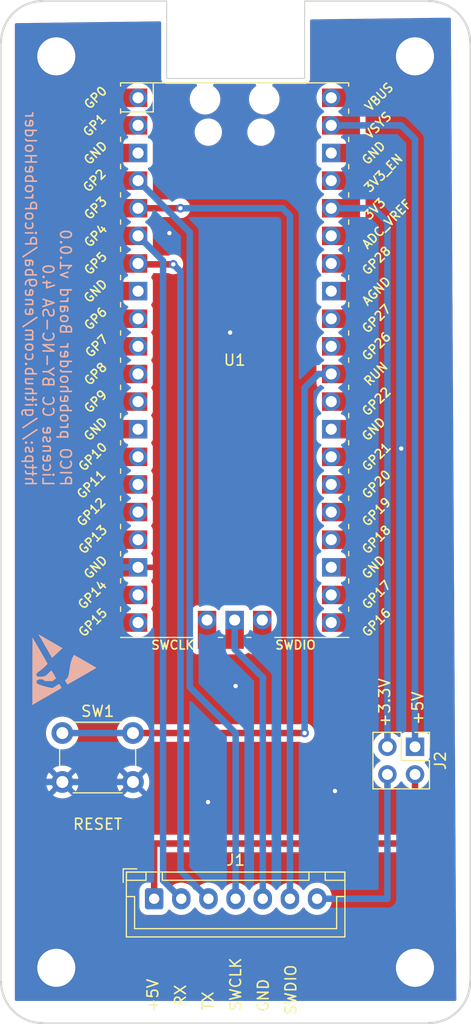
<source format=kicad_pcb>
(kicad_pcb (version 20211014) (generator pcbnew)
  (layers (0 "F.Cu" signal) (31 "B.Cu" signal) (34 "B.Paste" user) (35 "F.Paste" user) (36 "B.SilkS" user "B.Silkscreen") (37 "F.SilkS" user "F.Silkscreen") (38 "B.Mask" user) (39 "F.Mask" user) (44 "Edge.Cuts" user))
  (net 0 "")
  (net 1 "Net-(J1-Pad1)")
  (net 2 "Net-(J1-Pad7)")
  (net 4 "Net-(J1-Pad2)")
  (net 5 "Net-(J1-Pad3)")
  (net 6 "Net-(J1-Pad4)")
  (net 39 "GND")
  (net 41 "Net-(J1-Pad5)")
  (net 42 "Net-(J1-Pad6)")
  (net 43 "Net-(J2-Pad1)")
  (net 44 "Net-(J2-Pad3)")
  (net 45 "Net-(SW1-Pad1)")
  (footprint "Connector_JST:JST_XH_B7B-XH-A_1x07_P2.50mm_Vertical" (layer "F.Cu") (at 122.04 133.35)
    (fp_text reference "J1" (at 7.5 -3.55) (layer "F.SilkS"))
    (fp_text value "Conn_01x07_Male")
    (fp_line (start 16.8 -0.2) (end 16.8 2.75) (layer "F.SilkS") (width 0.12))
    (fp_line (start 15.75 -1.7) (end 17.55 -1.7) (layer "F.SilkS") (width 0.12))
    (fp_line (start 0.75 -2.45) (end 0.75 -1.7) (layer "F.SilkS") (width 0.12))
    (fp_line (start -2.55 -0.2) (end -1.8 -0.2) (layer "F.SilkS") (width 0.12))
    (fp_line (start -2.85 -2.75) (end -2.85 -1.5) (layer "F.SilkS") (width 0.12))
    (fp_line (start -0.75 -2.45) (end -2.55 -2.45) (layer "F.SilkS") (width 0.12))
    (fp_line (start -2.55 -2.45) (end -2.55 -1.7) (layer "F.SilkS") (width 0.12))
    (fp_line (start 17.56 3.51) (end 17.56 -2.46) (layer "F.SilkS") (width 0.12))
    (fp_line (start 14.25 -1.7) (end 14.25 -2.45) (layer "F.SilkS") (width 0.12))
    (fp_line (start -2.56 -2.46) (end -2.56 3.51) (layer "F.SilkS") (width 0.12))
    (fp_line (start -0.75 -1.7) (end -0.75 -2.45) (layer "F.SilkS") (width 0.12))
    (fp_line (start 17.55 -0.2) (end 16.8 -0.2) (layer "F.SilkS") (width 0.12))
    (fp_line (start 0.75 -1.7) (end 14.25 -1.7) (layer "F.SilkS") (width 0.12))
    (fp_line (start -1.6 -2.75) (end -2.85 -2.75) (layer "F.SilkS") (width 0.12))
    (fp_line (start -2.55 -1.7) (end -0.75 -1.7) (layer "F.SilkS") (width 0.12))
    (fp_line (start 14.25 -2.45) (end 0.75 -2.45) (layer "F.SilkS") (width 0.12))
    (fp_line (start 17.56 -2.46) (end -2.56 -2.46) (layer "F.SilkS") (width 0.12))
    (fp_line (start 17.55 -2.45) (end 15.75 -2.45) (layer "F.SilkS") (width 0.12))
    (fp_line (start 15.75 -2.45) (end 15.75 -1.7) (layer "F.SilkS") (width 0.12))
    (fp_line (start 16.8 2.75) (end 7.5 2.75) (layer "F.SilkS") (width 0.12))
    (fp_line (start -1.8 -0.2) (end -1.8 2.75) (layer "F.SilkS") (width 0.12))
    (fp_line (start 17.55 -1.7) (end 17.55 -2.45) (layer "F.SilkS") (width 0.12))
    (fp_line (start -2.56 3.51) (end 17.56 3.51) (layer "F.SilkS") (width 0.12))
    (fp_line (start -1.8 2.75) (end 7.5 2.75) (layer "F.SilkS") (width 0.12))
    (pad "1" thru_hole roundrect (at 0 0) (size 1.7 1.95) (drill 0.95) (layers *.Cu *.Mask) (roundrect_rratio 0.147059) (net 1 "Net-(J1-Pad1)"))
    (pad "2" thru_hole oval (at 2.5 0) (size 1.7 1.95) (drill 0.95) (layers *.Cu *.Mask) (net 4 "Net-(J1-Pad2)"))
    (pad "3" thru_hole oval (at 5 0) (size 1.7 1.95) (drill 0.95) (layers *.Cu *.Mask) (net 5 "Net-(J1-Pad3)"))
    (pad "4" thru_hole oval (at 7.5 0) (size 1.7 1.95) (drill 0.95) (layers *.Cu *.Mask) (net 6 "Net-(J1-Pad4)"))
    (pad "5" thru_hole oval (at 10 0) (size 1.7 1.95) (drill 0.95) (layers *.Cu *.Mask) (net 41 "Net-(J1-Pad5)"))
    (pad "6" thru_hole oval (at 12.5 0) (size 1.7 1.95) (drill 0.95) (layers *.Cu *.Mask) (net 42 "Net-(J1-Pad6)"))
    (pad "7" thru_hole oval (at 15 0) (size 1.7 1.95) (drill 0.95) (layers *.Cu *.Mask) (net 2 "Net-(J1-Pad7)"))
  )
  (footprint "ene9ba_footprint:RPi_Pico_SMD_TH" (layer "F.Cu") (at 129.45 83.82)
    (fp_text reference "U1" (at 0 0) (layer "F.SilkS"))
    (fp_text value "Pico")
    (fp_text user "GP17" (at 13.054 21.59 45) (layer "F.SilkS") (effects (font (size 0.8 0.8))))
    (fp_text user "SWCLK" (at -5.7 26.2) (layer "F.SilkS") (effects (font (size 0.8 0.8))))
    (fp_text user "VSYS" (at 13.2 -21.59 45) (layer "F.SilkS") (effects (font (size 0.8 0.8))))
    (fp_text user "ADC_VREF" (at 14 -12.5 45) (layer "F.SilkS") (effects (font (size 0.8 0.8))))
    (fp_text user "AGND" (at 13.054 -6.35 45) (layer "F.SilkS") (effects (font (size 0.8 0.8))))
    (fp_text user "GP16" (at 13.054 24.13 45) (layer "F.SilkS") (effects (font (size 0.8 0.8))))
    (fp_text user "GP8" (at -12.8 1.27 45) (layer "F.SilkS") (effects (font (size 0.8 0.8))))
    (fp_text user "GP26" (at 13.054 -1.27 45) (layer "F.SilkS") (effects (font (size 0.8 0.8))))
    (fp_text user "GND" (at 12.8 6.35 45) (layer "F.SilkS") (effects (font (size 0.8 0.8))))
    (fp_text user "GP21" (at 13.054 8.9 45) (layer "F.SilkS") (effects (font (size 0.8 0.8))))
    (fp_text user "GP11" (at -13.2 11.43 45) (layer "F.SilkS") (effects (font (size 0.8 0.8))))
    (fp_text user "GP7" (at -12.7 -1.3 45) (layer "F.SilkS") (effects (font (size 0.8 0.8))))
    (fp_text user "GP27" (at 13.054 -3.8 45) (layer "F.SilkS") (effects (font (size 0.8 0.8))))
    (fp_text user "GP13" (at -13.054 16.51 45) (layer "F.SilkS") (effects (font (size 0.8 0.8))))
    (fp_text user "GP18" (at 13.054 16.51 45) (layer "F.SilkS") (effects (font (size 0.8 0.8))))
    (fp_text user "GP22" (at 13.054 3.81 45) (layer "F.SilkS") (effects (font (size 0.8 0.8))))
    (fp_text user "GND" (at 12.8 -19.05 45) (layer "F.SilkS") (effects (font (size 0.8 0.8))))
    (fp_text user "SWDIO" (at 5.6 26.2) (layer "F.SilkS") (effects (font (size 0.8 0.8))))
    (fp_text user "GP3" (at -12.8 -13.97 45) (layer "F.SilkS") (effects (font (size 0.8 0.8))))
    (fp_text user "GND" (at -12.8 -6.35 45) (layer "F.SilkS") (effects (font (size 0.8 0.8))))
    (fp_text user "3V3" (at 12.9 -13.9 45) (layer "F.SilkS") (effects (font (size 0.8 0.8))))
    (fp_text user "GP6" (at -12.8 -3.81 45) (layer "F.SilkS") (effects (font (size 0.8 0.8))))
    (fp_text user "3V3_EN" (at 13.7 -17.2 45) (layer "F.SilkS") (effects (font (size 0.8 0.8))))
    (fp_text user "GP4" (at -12.8 -11.43 45) (layer "F.SilkS") (effects (font (size 0.8 0.8))))
    (fp_text user "GP5" (at -12.8 -8.89 45) (layer "F.SilkS") (effects (font (size 0.8 0.8))))
    (fp_text user "GP19" (at 13.054 13.97 45) (layer "F.SilkS") (effects (font (size 0.8 0.8))))
    (fp_text user "GND" (at 12.8 19.05 45) (layer "F.SilkS") (effects (font (size 0.8 0.8))))
    (fp_text user "GP20" (at 13.054 11.43 45) (layer "F.SilkS") (effects (font (size 0.8 0.8))))
    (fp_text user "GND" (at -12.8 6.35 45) (layer "F.SilkS") (effects (font (size 0.8 0.8))))
    (fp_text user "VBUS" (at 13.3 -24.2 45) (layer "F.SilkS") (effects (font (size 0.8 0.8))))
    (fp_text user "GP10" (at -13.054 8.89 45) (layer "F.SilkS") (effects (font (size 0.8 0.8))))
    (fp_text user "GP15" (at -13.054 24.13 45) (layer "F.SilkS") (effects (font (size 0.8 0.8))))
    (fp_text user "GP0" (at -12.8 -24.13 45) (layer "F.SilkS") (effects (font (size 0.8 0.8))))
    (fp_text user "GP12" (at -13.2 13.97 45) (layer "F.SilkS") (effects (font (size 0.8 0.8))))
    (fp_text user "GP1" (at -12.9 -21.6 45) (layer "F.SilkS") (effects (font (size 0.8 0.8))))
    (fp_text user "GP9" (at -12.8 3.81 45) (layer "F.SilkS") (effects (font (size 0.8 0.8))))
    (fp_text user "GP28" (at 13.054 -9.144 45) (layer "F.SilkS") (effects (font (size 0.8 0.8))))
    (fp_text user "GP2" (at -12.9 -16.51 45) (layer "F.SilkS") (effects (font (size 0.8 0.8))))
    (fp_text user "GND" (at -12.8 -19.05 45) (layer "F.SilkS") (effects (font (size 0.8 0.8))))
    (fp_text user "RUN" (at 13 1.27 45) (layer "F.SilkS") (effects (font (size 0.8 0.8))))
    (fp_text user "GP14" (at -13.1 21.59 45) (layer "F.SilkS") (effects (font (size 0.8 0.8))))
    (fp_text user "GND" (at -12.8 19.05 45) (layer "F.SilkS") (effects (font (size 0.8 0.8))))
    (fp_line (start 10.5 -2.7) (end 10.5 -2.3) (layer "F.SilkS") (width 0.12))
    (fp_line (start -3.7 25.5) (end -10.5 25.5) (layer "F.SilkS") (width 0.12))
    (fp_line (start 10.5 12.5) (end 10.5 12.9) (layer "F.SilkS") (width 0.12))
    (fp_line (start -10.5 -5.3) (end -10.5 -4.9) (layer "F.SilkS") (width 0.12))
    (fp_line (start -10.5 7.4) (end -10.5 7.8) (layer "F.SilkS") (width 0.12))
    (fp_line (start 10.5 -0.2) (end 10.5 0.2) (layer "F.SilkS") (width 0.12))
    (fp_line (start -10.5 -25.5) (end 10.5 -25.5) (layer "F.SilkS") (width 0.12))
    (fp_line (start -10.5 -15.4) (end -10.5 -15) (layer "F.SilkS") (width 0.12))
    (fp_line (start 10.5 15.1) (end 10.5 15.5) (layer "F.SilkS") (width 0.12))
    (fp_line (start -10.5 -22.833) (end -7.493 -22.833) (layer "F.SilkS") (width 0.12))
    (fp_line (start -10.5 -12.9) (end -10.5 -12.5) (layer "F.SilkS") (width 0.12))
    (fp_line (start 10.5 -5.3) (end 10.5 -4.9) (layer "F.SilkS") (width 0.12))
    (fp_line (start 10.5 4.9) (end 10.5 5.3) (layer "F.SilkS") (width 0.12))
    (fp_line (start -10.5 -10.4) (end -10.5 -10) (layer "F.SilkS") (width 0.12))
    (fp_line (start -10.5 20.1) (end -10.5 20.5) (layer "F.SilkS") (width 0.12))
    (fp_line (start 10.5 -12.9) (end 10.5 -12.5) (layer "F.SilkS") (width 0.12))
    (fp_line (start -10.5 17.6) (end -10.5 18) (layer "F.SilkS") (width 0.12))
    (fp_line (start 10.5 7.4) (end 10.5 7.8) (layer "F.SilkS") (width 0.12))
    (fp_line (start -10.5 -18) (end -10.5 -17.6) (layer "F.SilkS") (width 0.12))
    (fp_line (start 10.5 -25.5) (end 10.5 -25.2) (layer "F.SilkS") (width 0.12))
    (fp_line (start -1.5 25.5) (end -1.1 25.5) (layer "F.SilkS") (width 0.12))
    (fp_line (start 10.5 22.7) (end 10.5 23.1) (layer "F.SilkS") (width 0.12))
    (fp_line (start -10.5 -20.5) (end -10.5 -20.1) (layer "F.SilkS") (width 0.12))
    (fp_line (start 10.5 -10.4) (end 10.5 -10) (layer "F.SilkS") (width 0.12))
    (fp_line (start 10.5 10) (end 10.5 10.4) (layer "F.SilkS") (width 0.12))
    (fp_line (start 10.5 -23.1) (end 10.5 -22.7) (layer "F.SilkS") (width 0.12))
    (fp_line (start 10.5 20.1) (end 10.5 20.5) (layer "F.SilkS") (width 0.12))
    (fp_line (start -7.493 -22.833) (end -7.493 -25.5) (layer "F.SilkS") (width 0.12))
    (fp_line (start 10.5 2.3) (end 10.5 2.7) (layer "F.SilkS") (width 0.12))
    (fp_line (start 10.5 -7.8) (end 10.5 -7.4) (layer "F.SilkS") (width 0.12))
    (fp_line (start 10.5 -15.4) (end 10.5 -15) (layer "F.SilkS") (width 0.12))
    (fp_line (start -10.5 -2.7) (end -10.5 -2.3) (layer "F.SilkS") (width 0.12))
    (fp_line (start 10.5 -18) (end 10.5 -17.6) (layer "F.SilkS") (width 0.12))
    (fp_line (start 10.5 17.6) (end 10.5 18) (layer "F.SilkS") (width 0.12))
    (fp_line (start -10.5 2.3) (end -10.5 2.7) (layer "F.SilkS") (width 0.12))
    (fp_line (start 10.5 -20.5) (end 10.5 -20.1) (layer "F.SilkS") (width 0.12))
    (fp_line (start -10.5 12.5) (end -10.5 12.9) (layer "F.SilkS") (width 0.12))
    (fp_line (start -10.5 4.9) (end -10.5 5.3) (layer "F.SilkS") (width 0.12))
    (fp_line (start 10.5 25.5) (end 3.7 25.5) (layer "F.SilkS") (width 0.12))
    (fp_line (start 1.1 25.5) (end 1.5 25.5) (layer "F.SilkS") (width 0.12))
    (fp_line (start -10.5 22.7) (end -10.5 23.1) (layer "F.SilkS") (width 0.12))
    (fp_line (start -10.5 15.1) (end -10.5 15.5) (layer "F.SilkS") (width 0.12))
    (fp_line (start -10.5 10) (end -10.5 10.4) (layer "F.SilkS") (width 0.12))
    (fp_line (start -10.5 -23.1) (end -10.5 -22.7) (layer "F.SilkS") (width 0.12))
    (fp_line (start -10.5 -7.8) (end -10.5 -7.4) (layer "F.SilkS") (width 0.12))
    (fp_line (start -10.5 -0.2) (end -10.5 0.2) (layer "F.SilkS") (width 0.12))
    (fp_line (start -10.5 -25.5) (end -10.5 -25.2) (layer "F.SilkS") (width 0.12))
    (pad "" np_thru_hole oval (at -2.425 -20.97) (size 1.5 1.5) (drill 1.5) (layers *.Cu *.Mask))
    (pad "" np_thru_hole oval (at 2.725 -24) (size 1.8 1.8) (drill 1.8) (layers *.Cu *.Mask))
    (pad "" np_thru_hole oval (at 2.425 -20.97) (size 1.5 1.5) (drill 1.5) (layers *.Cu *.Mask))
    (pad "" np_thru_hole oval (at -2.725 -24) (size 1.8 1.8) (drill 1.8) (layers *.Cu *.Mask))
    (pad "1" thru_hole oval (at -8.89 -24.13) (size 1.7 1.7) (drill 1.02) (layers *.Cu *.Mask))
    (pad "1" smd rect (at -8.89 -24.13) (size 3.5 1.7) (drill (offset -0.9 0)) (layers "F.Cu" "F.Paste" "F.Mask"))
    (pad "2" thru_hole oval (at -8.89 -21.59) (size 1.7 1.7) (drill 1.02) (layers *.Cu *.Mask))
    (pad "2" smd rect (at -8.89 -21.59) (size 3.5 1.7) (drill (offset -0.9 0)) (layers "F.Cu" "F.Paste" "F.Mask"))
    (pad "3" smd rect (at -8.89 -19.05) (size 3.5 1.7) (drill (offset -0.9 0)) (layers "F.Cu" "F.Paste" "F.Mask"))
    (pad "3" thru_hole rect (at -8.89 -19.05) (size 1.7 1.7) (drill 1.02) (layers *.Cu *.Mask))
    (pad "4" thru_hole oval (at -8.89 -16.51) (size 1.7 1.7) (drill 1.02) (layers *.Cu *.Mask) (net 6 "Net-(J1-Pad4)"))
    (pad "4" smd rect (at -8.89 -16.51) (size 3.5 1.7) (drill (offset -0.9 0)) (layers "F.Cu" "F.Paste" "F.Mask") (net 6 "Net-(J1-Pad4)"))
    (pad "5" thru_hole oval (at -8.89 -13.97) (size 1.7 1.7) (drill 1.02) (layers *.Cu *.Mask) (net 42 "Net-(J1-Pad6)"))
    (pad "5" smd rect (at -8.89 -13.97) (size 3.5 1.7) (drill (offset -0.9 0)) (layers "F.Cu" "F.Paste" "F.Mask") (net 42 "Net-(J1-Pad6)"))
    (pad "6" thru_hole oval (at -8.89 -11.43) (size 1.7 1.7) (drill 1.02) (layers *.Cu *.Mask) (net 4 "Net-(J1-Pad2)"))
    (pad "6" smd rect (at -8.89 -11.43) (size 3.5 1.7) (drill (offset -0.9 0)) (layers "F.Cu" "F.Paste" "F.Mask") (net 4 "Net-(J1-Pad2)"))
    (pad "7" thru_hole oval (at -8.89 -8.89) (size 1.7 1.7) (drill 1.02) (layers *.Cu *.Mask) (net 5 "Net-(J1-Pad3)"))
    (pad "7" smd rect (at -8.89 -8.89) (size 3.5 1.7) (drill (offset -0.9 0)) (layers "F.Cu" "F.Paste" "F.Mask") (net 5 "Net-(J1-Pad3)"))
    (pad "8" smd rect (at -8.89 -6.35) (size 3.5 1.7) (drill (offset -0.9 0)) (layers "F.Cu" "F.Paste" "F.Mask"))
    (pad "8" thru_hole rect (at -8.89 -6.35) (size 1.7 1.7) (drill 1.02) (layers *.Cu *.Mask))
    (pad "9" thru_hole oval (at -8.89 -3.81) (size 1.7 1.7) (drill 1.02) (layers *.Cu *.Mask))
    (pad "9" smd rect (at -8.89 -3.81) (size 3.5 1.7) (drill (offset -0.9 0)) (layers "F.Cu" "F.Paste" "F.Mask"))
    (pad "10" smd rect (at -8.89 -1.27) (size 3.5 1.7) (drill (offset -0.9 0)) (layers "F.Cu" "F.Paste" "F.Mask"))
    (pad "10" thru_hole oval (at -8.89 -1.27) (size 1.7 1.7) (drill 1.02) (layers *.Cu *.Mask))
    (pad "11" smd rect (at -8.89 1.27) (size 3.5 1.7) (drill (offset -0.9 0)) (layers "F.Cu" "F.Paste" "F.Mask"))
    (pad "11" thru_hole oval (at -8.89 1.27) (size 1.7 1.7) (drill 1.02) (layers *.Cu *.Mask))
    (pad "12" smd rect (at -8.89 3.81) (size 3.5 1.7) (drill (offset -0.9 0)) (layers "F.Cu" "F.Paste" "F.Mask"))
    (pad "12" thru_hole oval (at -8.89 3.81) (size 1.7 1.7) (drill 1.02) (layers *.Cu *.Mask))
    (pad "13" thru_hole rect (at -8.89 6.35) (size 1.7 1.7) (drill 1.02) (layers *.Cu *.Mask))
    (pad "13" smd rect (at -8.89 6.35) (size 3.5 1.7) (drill (offset -0.9 0)) (layers "F.Cu" "F.Paste" "F.Mask"))
    (pad "14" thru_hole oval (at -8.89 8.89) (size 1.7 1.7) (drill 1.02) (layers *.Cu *.Mask))
    (pad "14" smd rect (at -8.89 8.89) (size 3.5 1.7) (drill (offset -0.9 0)) (layers "F.Cu" "F.Paste" "F.Mask"))
    (pad "15" smd rect (at -8.89 11.43) (size 3.5 1.7) (drill (offset -0.9 0)) (layers "F.Cu" "F.Paste" "F.Mask"))
    (pad "15" thru_hole oval (at -8.89 11.43) (size 1.7 1.7) (drill 1.02) (layers *.Cu *.Mask))
    (pad "16" smd rect (at -8.89 13.97) (size 3.5 1.7) (drill (offset -0.9 0)) (layers "F.Cu" "F.Paste" "F.Mask"))
    (pad "16" thru_hole oval (at -8.89 13.97) (size 1.7 1.7) (drill 1.02) (layers *.Cu *.Mask))
    (pad "17" thru_hole oval (at -8.89 16.51) (size 1.7 1.7) (drill 1.02) (layers *.Cu *.Mask))
    (pad "17" smd rect (at -8.89 16.51) (size 3.5 1.7) (drill (offset -0.9 0)) (layers "F.Cu" "F.Paste" "F.Mask"))
    (pad "18" thru_hole rect (at -8.89 19.05) (size 1.7 1.7) (drill 1.02) (layers *.Cu *.Mask) (net 39 "GND"))
    (pad "18" smd rect (at -8.89 19.05) (size 3.5 1.7) (drill (offset -0.9 0)) (layers "F.Cu" "F.Paste" "F.Mask") (net 39 "GND"))
    (pad "19" smd rect (at -8.89 21.59) (size 3.5 1.7) (drill (offset -0.9 0)) (layers "F.Cu" "F.Paste" "F.Mask"))
    (pad "19" thru_hole oval (at -8.89 21.59) (size 1.7 1.7) (drill 1.02) (layers *.Cu *.Mask))
    (pad "20" thru_hole oval (at -8.89 24.13) (size 1.7 1.7) (drill 1.02) (layers *.Cu *.Mask))
    (pad "20" smd rect (at -8.89 24.13) (size 3.5 1.7) (drill (offset -0.9 0)) (layers "F.Cu" "F.Paste" "F.Mask"))
    (pad "21" thru_hole oval (at 8.89 24.13) (size 1.7 1.7) (drill 1.02) (layers *.Cu *.Mask))
    (pad "21" smd rect (at 8.89 24.13) (size 3.5 1.7) (drill (offset 0.9 0)) (layers "F.Cu" "F.Paste" "F.Mask"))
    (pad "22" thru_hole oval (at 8.89 21.59) (size 1.7 1.7) (drill 1.02) (layers *.Cu *.Mask))
    (pad "22" smd rect (at 8.89 21.59) (size 3.5 1.7) (drill (offset 0.9 0)) (layers "F.Cu" "F.Paste" "F.Mask"))
    (pad "23" smd rect (at 8.89 19.05) (size 3.5 1.7) (drill (offset 0.9 0)) (layers "F.Cu" "F.Paste" "F.Mask"))
    (pad "23" thru_hole rect (at 8.89 19.05) (size 1.7 1.7) (drill 1.02) (layers *.Cu *.Mask))
    (pad "24" thru_hole oval (at 8.89 16.51) (size 1.7 1.7) (drill 1.02) (layers *.Cu *.Mask))
    (pad "24" smd rect (at 8.89 16.51) (size 3.5 1.7) (drill (offset 0.9 0)) (layers "F.Cu" "F.Paste" "F.Mask"))
    (pad "25" thru_hole oval (at 8.89 13.97) (size 1.7 1.7) (drill 1.02) (layers *.Cu *.Mask))
    (pad "25" smd rect (at 8.89 13.97) (size 3.5 1.7) (drill (offset 0.9 0)) (layers "F.Cu" "F.Paste" "F.Mask"))
    (pad "26" smd rect (at 8.89 11.43) (size 3.5 1.7) (drill (offset 0.9 0)) (layers "F.Cu" "F.Paste" "F.Mask"))
    (pad "26" thru_hole oval (at 8.89 11.43) (size 1.7 1.7) (drill 1.02) (layers *.Cu *.Mask))
    (pad "27" thru_hole oval (at 8.89 8.89) (size 1.7 1.7) (drill 1.02) (layers *.Cu *.Mask))
    (pad "27" smd rect (at 8.89 8.89) (size 3.5 1.7) (drill (offset 0.9 0)) (layers "F.Cu" "F.Paste" "F.Mask"))
    (pad "28" thru_hole rect (at 8.89 6.35) (size 1.7 1.7) (drill 1.02) (layers *.Cu *.Mask))
    (pad "28" smd rect (at 8.89 6.35) (size 3.5 1.7) (drill (offset 0.9 0)) (layers "F.Cu" "F.Paste" "F.Mask"))
    (pad "29" thru_hole oval (at 8.89 3.81) (size 1.7 1.7) (drill 1.02) (layers *.Cu *.Mask))
    (pad "29" smd rect (at 8.89 3.81) (size 3.5 1.7) (drill (offset 0.9 0)) (layers "F.Cu" "F.Paste" "F.Mask"))
    (pad "30" thru_hole oval (at 8.89 1.27) (size 1.7 1.7) (drill 1.02) (layers *.Cu *.Mask) (net 45 "Net-(SW1-Pad1)"))
    (pad "30" smd rect (at 8.89 1.27) (size 3.5 1.7) (drill (offset 0.9 0)) (layers "F.Cu" "F.Paste" "F.Mask") (net 45 "Net-(SW1-Pad1)"))
    (pad "31" smd rect (at 8.89 -1.27) (size 3.5 1.7) (drill (offset 0.9 0)) (layers "F.Cu" "F.Paste" "F.Mask"))
    (pad "31" thru_hole oval (at 8.89 -1.27) (size 1.7 1.7) (drill 1.02) (layers *.Cu *.Mask))
    (pad "32" smd rect (at 8.89 -3.81) (size 3.5 1.7) (drill (offset 0.9 0)) (layers "F.Cu" "F.Paste" "F.Mask"))
    (pad "32" thru_hole oval (at 8.89 -3.81) (size 1.7 1.7) (drill 1.02) (layers *.Cu *.Mask))
    (pad "33" thru_hole rect (at 8.89 -6.35) (size 1.7 1.7) (drill 1.02) (layers *.Cu *.Mask))
    (pad "33" smd rect (at 8.89 -6.35) (size 3.5 1.7) (drill (offset 0.9 0)) (layers "F.Cu" "F.Paste" "F.Mask"))
    (pad "34" thru_hole oval (at 8.89 -8.89) (size 1.7 1.7) (drill 1.02) (layers *.Cu *.Mask))
    (pad "34" smd rect (at 8.89 -8.89) (size 3.5 1.7) (drill (offset 0.9 0)) (layers "F.Cu" "F.Paste" "F.Mask"))
    (pad "35" smd rect (at 8.89 -11.43) (size 3.5 1.7) (drill (offset 0.9 0)) (layers "F.Cu" "F.Paste" "F.Mask"))
    (pad "35" thru_hole oval (at 8.89 -11.43) (size 1.7 1.7) (drill 1.02) (layers *.Cu *.Mask))
    (pad "36" thru_hole oval (at 8.89 -13.97) (size 1.7 1.7) (drill 1.02) (layers *.Cu *.Mask) (net 44 "Net-(J2-Pad3)"))
    (pad "36" smd rect (at 8.89 -13.97) (size 3.5 1.7) (drill (offset 0.9 0)) (layers "F.Cu" "F.Paste" "F.Mask") (net 44 "Net-(J2-Pad3)"))
    (pad "37" smd rect (at 8.89 -16.51) (size 3.5 1.7) (drill (offset 0.9 0)) (layers "F.Cu" "F.Paste" "F.Mask"))
    (pad "37" thru_hole oval (at 8.89 -16.51) (size 1.7 1.7) (drill 1.02) (layers *.Cu *.Mask))
    (pad "38" thru_hole rect (at 8.89 -19.05) (size 1.7 1.7) (drill 1.02) (layers *.Cu *.Mask))
    (pad "38" smd rect (at 8.89 -19.05) (size 3.5 1.7) (drill (offset 0.9 0)) (layers "F.Cu" "F.Paste" "F.Mask"))
    (pad "39" smd rect (at 8.89 -21.59) (size 3.5 1.7) (drill (offset 0.9 0)) (layers "F.Cu" "F.Paste" "F.Mask") (net 43 "Net-(J2-Pad1)"))
    (pad "39" thru_hole oval (at 8.89 -21.59) (size 1.7 1.7) (drill 1.02) (layers *.Cu *.Mask) (net 43 "Net-(J2-Pad1)"))
    (pad "40" thru_hole oval (at 8.89 -24.13) (size 1.7 1.7) (drill 1.02) (layers *.Cu *.Mask))
    (pad "40" smd rect (at 8.89 -24.13) (size 3.5 1.7) (drill (offset 0.9 0)) (layers "F.Cu" "F.Paste" "F.Mask"))
    (pad "41" smd rect (at -2.54 23.9 90) (size 3.5 1.7) (drill (offset -0.9 0)) (layers "F.Cu" "F.Paste" "F.Mask"))
    (pad "41" thru_hole oval (at -2.54 23.9) (size 1.7 1.7) (drill 1.02) (layers *.Cu *.Mask))
    (pad "42" thru_hole rect (at 0 23.9) (size 1.7 1.7) (drill 1.02) (layers *.Cu *.Mask) (net 41 "Net-(J1-Pad5)"))
    (pad "42" smd rect (at 0 23.9 90) (size 3.5 1.7) (drill (offset -0.9 0)) (layers "F.Cu" "F.Paste" "F.Mask") (net 41 "Net-(J1-Pad5)"))
    (pad "43" smd rect (at 2.54 23.9 90) (size 3.5 1.7) (drill (offset -0.9 0)) (layers "F.Cu" "F.Paste" "F.Mask"))
    (pad "43" thru_hole oval (at 2.54 23.9) (size 1.7 1.7) (drill 1.02) (layers *.Cu *.Mask))
  )
  (footprint "Button_Switch_THT:SW_PUSH_6mm" (layer "F.Cu") (at 113.59 118.11)
    (fp_text reference "SW1" (at 3.25 -2) (layer "F.SilkS"))
    (fp_text value "SW_Push" hide)
    (fp_line (start 6.75 3) (end 6.75 1.5) (layer "F.SilkS") (width 0.12))
    (fp_line (start 1 5.5) (end 5.5 5.5) (layer "F.SilkS") (width 0.12))
    (fp_line (start 5.5 -1) (end 1 -1) (layer "F.SilkS") (width 0.12))
    (fp_line (start -0.25 1.5) (end -0.25 3) (layer "F.SilkS") (width 0.12))
    (pad "1" thru_hole circle (at 6.5 0 90) (size 2 2) (drill 1.1) (layers *.Cu *.Mask) (net 45 "Net-(SW1-Pad1)"))
    (pad "1" thru_hole circle (at 0 0 90) (size 2 2) (drill 1.1) (layers *.Cu *.Mask) (net 45 "Net-(SW1-Pad1)"))
    (pad "2" thru_hole circle (at 0 4.5 90) (size 2 2) (drill 1.1) (layers *.Cu *.Mask) (net 39 "GND"))
    (pad "2" thru_hole circle (at 6.5 4.5 90) (size 2 2) (drill 1.1) (layers *.Cu *.Mask) (net 39 "GND"))
  )
  (footprint "Connector_PinHeader_2.54mm:PinHeader_2x02_P2.54mm_Vertical" (layer "F.Cu") (at 146.055 119.375 -90)
    (fp_text reference "J2" (at 1.27 -2.33 90) (layer "F.SilkS"))
    (fp_text value "Conn_02x02_Odd_Even" hide)
    (fp_line (start 1.27 -1.33) (end 3.87 -1.33) (layer "F.SilkS") (width 0.12))
    (fp_line (start -1.33 -1.33) (end 0 -1.33) (layer "F.SilkS") (width 0.12))
    (fp_line (start 3.87 -1.33) (end 3.87 3.87) (layer "F.SilkS") (width 0.12))
    (fp_line (start -1.33 1.27) (end 1.27 1.27) (layer "F.SilkS") (width 0.12))
    (fp_line (start -1.33 1.27) (end -1.33 3.87) (layer "F.SilkS") (width 0.12))
    (fp_line (start -1.33 3.87) (end 3.87 3.87) (layer "F.SilkS") (width 0.12))
    (fp_line (start 1.27 1.27) (end 1.27 -1.33) (layer "F.SilkS") (width 0.12))
    (fp_line (start -1.33 0) (end -1.33 -1.33) (layer "F.SilkS") (width 0.12))
    (pad "1" thru_hole rect (at 0 0 270) (size 1.7 1.7) (drill 1) (layers *.Cu *.Mask) (net 43 "Net-(J2-Pad1)"))
    (pad "2" thru_hole oval (at 2.54 0 270) (size 1.7 1.7) (drill 1) (layers *.Cu *.Mask) (net 1 "Net-(J1-Pad1)"))
    (pad "3" thru_hole oval (at 0 2.54 270) (size 1.7 1.7) (drill 1) (layers *.Cu *.Mask) (net 44 "Net-(J2-Pad3)"))
    (pad "4" thru_hole oval (at 2.54 2.54 270) (size 1.7 1.7) (drill 1) (layers *.Cu *.Mask) (net 2 "Net-(J1-Pad7)"))
  )
  (footprint "Symbol:ESD-Logo_6.6x6mm_SilkScreen" (layer "B.Cu") (at 113.792 112.268 90)
    (fp_text reference "REF**" hide)
    (fp_text value "ESD-Logo_6.6x6mm_SilkScreen" hide)
    (fp_poly (pts (xy 1.987528 -0.234619) (xy 1.998908 -0.253693) (xy 2.024488 -0.297421) (xy 2.063002 -0.363619) (xy 2.113186 -0.450102) (xy 2.173775 -0.554685) (xy 2.243503 -0.675183) (xy 2.321107 -0.809412) (xy 2.40532 -0.955187) (xy 2.494879 -1.110323) (xy 2.586998 -1.27) (xy 2.681076 -1.433117) (xy 2.771402 -1.589709) (xy 2.856665 -1.737506) (xy 2.935557 -1.87424) (xy 3.006769 -1.997642) (xy 3.068991 -2.105444) (xy 3.120913 -2.195377) (xy 3.161228 -2.265173) (xy 3.188624 -2.312564) (xy 3.201507 -2.334786) (xy 3.222507 -2.37233) (xy 3.233925 -2.395831) (xy 3.234551 -2.39992) (xy 3.220636 -2.392242) (xy 3.181941 -2.370203) (xy 3.120487 -2.334971) (xy 3.038298 -2.287711) (xy 2.937396 -2.229589) (xy 2.819805 -2.161771) (xy 2.687546 -2.085424) (xy 2.542642 -2.001714) (xy 2.387117 -1.911806) (xy 2.222992 -1.816867) (xy 2.160549 -1.780732) (xy 1.993487 -1.684083) (xy 1.834074 -1.591938) (xy 1.684355 -1.505475) (xy 1.546376 -1.425871) (xy 1.422185 -1.354305) (xy 1.313827 -1.291955) (xy 1.223348 -1.239998) (xy 1.152796 -1.199613) (xy 1.104215 -1.171978) (xy 1.079654 -1.158272) (xy 1.077085 -1.156974) (xy 1.084569 -1.14522) (xy 1.110614 -1.113795) (xy 1.152559 -1.065594) (xy 1.207746 -1.00351) (xy 1.273517 -0.930439) (xy 1.347212 -0.849276) (xy 1.426173 -0.762916) (xy 1.50774 -0.674253) (xy 1.589254 -0.586182) (xy 1.668057 -0.501599) (xy 1.74149 -0.423397) (xy 1.806893 -0.354472) (xy 1.861608 -0.297719) (xy 1.902977 -0.256032) (xy 1.917164 -0.242363) (xy 1.96418 -0.198201) (xy 1.987528 -0.234619)) (layer "B.SilkS") (width 0.01) (fill solid))
    (fp_poly (pts (xy 0.164043 2.914165) (xy 0.187065 2.876755) (xy 0.222534 2.817486) (xy 0.268996 2.738882) (xy 0.324996 2.643462) (xy 0.389081 2.53375) (xy 0.459796 2.412266) (xy 0.535687 2.281532) (xy 0.615299 2.14407) (xy 0.697178 2.002402) (xy 0.77987 1.859049) (xy 0.861921 1.716533) (xy 0.941876 1.577376) (xy 1.018281 1.444099) (xy 1.089682 1.319224) (xy 1.154624 1.205273) (xy 1.211653 1.104767) (xy 1.259315 1.020228) (xy 1.296155 0.954178) (xy 1.32072 0.909138) (xy 1.331554 0.88763) (xy 1.331951 0.886286) (xy 1.318501 0.868035) (xy 1.281114 0.840118) (xy 1.224235 0.805275) (xy 1.152312 0.766246) (xy 1.077015 0.729157) (xy 0.97456 0.684183) (xy 0.866817 0.643774) (xy 0.750073 0.607031) (xy 0.620618 0.573058) (xy 0.47474 0.540956) (xy 0.308726 0.509827) (xy 0.118866 0.478773) (xy -0.077531 0.449855) (xy -0.248166 0.4242) (xy -0.391455 0.398802) (xy -0.510992 0.372398) (xy -0.61037 0.343727) (xy -0.693182 0.311527) (xy -0.763022 0.274535) (xy -0.823482 0.231488) (xy -0.878155 0.181125) (xy -0.895786 0.162417) (xy -0.934 0.118861) (xy -0.962268 0.083318) (xy -0.975382 0.062417) (xy -0.975732 0.060703) (xy -0.98032 0.050194) (xy -0.996242 0.050076) (xy -1.026734 0.061746) (xy -1.075032 0.086604) (xy -1.144373 0.126048) (xy -1.192561 0.154413) (xy -1.264417 0.198753) (xy -1.320258 0.236721) (xy -1.356333 0.265584) (xy -1.368887 0.282612) (xy -1.368879 0.282736) (xy -1.361094 0.298963) (xy -1.339108 0.3396) (xy -1.304197 0.402433) (xy -1.257637 0.485248) (xy -1.200705 0.585828) (xy -1.134677 0.70196) (xy -1.060828 0.831429) (xy -0.980436 0.97202) (xy -0.894776 1.121518) (xy -0.805124 1.277708) (xy -0.712757 1.438376) (xy -0.618951 1.601307) (xy -0.524982 1.764287) (xy -0.432126 1.9251) (xy -0.34166 2.081532) (xy -0.254859 2.231367) (xy -0.173 2.372392) (xy -0.097359 2.502391) (xy -0.029213 2.619151) (xy 0.030163 2.720455) (xy 0.079493 2.804089) (xy 0.1175 2.867838) (xy 0.142907 2.909489) (xy 0.15444 2.926825) (xy 0.154923 2.927195) (xy 0.164043 2.914165)) (layer "B.SilkS") (width 0.01) (fill solid))
    (fp_poly (pts (xy -1.677906 -0.291158) (xy -1.645381 -0.303736) (xy -1.595807 -0.328712) (xy -1.524626 -0.367876) (xy -1.519084 -0.370988) (xy -1.453526 -0.408476) (xy -1.398202 -0.441319) (xy -1.358545 -0.466205) (xy -1.339988 -0.47982) (xy -1.339469 -0.480487) (xy -1.343952 -0.49939) (xy -1.364514 -0.541605) (xy -1.399817 -0.604832) (xy -1.44852 -0.686772) (xy -1.509282 -0.785122) (xy -1.580764 -0.897585) (xy -1.598555 -0.925165) (xy -1.644907 -1.001699) (xy -1.678658 -1.067556) (xy -1.696847 -1.116782) (xy -1.698714 -1.126507) (xy -1.697885 -1.169312) (xy -1.688606 -1.237209) (xy -1.672032 -1.325843) (xy -1.64932 -1.430859) (xy -1.621627 -1.547902) (xy -1.59011 -1.672616) (xy -1.555925 -1.800645) (xy -1.520229 -1.927634) (xy -1.484179 -2.049228) (xy -1.448932 -2.161072) (xy -1.415644 -2.25881) (xy -1.385472 -2.338087) (xy -1.364439 -2.385122) (xy -1.339663 -2.435225) (xy -1.31627 -2.483168) (xy -1.315003 -2.485793) (xy -1.276301 -2.53422) (xy -1.219816 -2.566828) (xy -1.154061 -2.582454) (xy -1.087549 -2.579937) (xy -1.028795 -2.558114) (xy -0.995742 -2.529382) (xy -0.948141 -2.450583) (xy -0.913261 -2.352378) (xy -0.894123 -2.244779) (xy -0.891412 -2.18378) (xy -0.90233 -2.069935) (xy -0.934376 -1.97566) (xy -0.989274 -1.896379) (xy -1.006393 -1.878733) (xy -1.057339 -1.829235) (xy -1.060837 -1.479362) (xy -1.064336 -1.129489) (xy -0.975182 -0.994531) (xy -0.933346 -0.933445) (xy -0.893055 -0.878493) (xy -0.860057 -0.837336) (xy -0.845874 -0.822192) (xy -0.805719 -0.78481) (xy -0.751335 -0.814098) (xy -0.716961 -0.835084) (xy -0.698154 -0.851378) (xy -0.696951 -0.854307) (xy -0.684097 -0.866728) (xy -0.662104 -0.875977) (xy -0.64085 -0.884313) (xy -0.608306 -0.900149) (xy -0.561678 -0.925033) (xy -0.498171 -0.960509) (xy -0.414992 -1.008123) (xy -0.309347 -1.069422) (xy -0.251938 -1.102932) (xy -0.184406 -1.143071) (xy -0.140115 -1.171659) (xy -0.115145 -1.192039) (xy -0.105577 -1.207553) (xy -0.107492 -1.221546) (xy -0.109089 -1.224796) (xy -0.124624 -1.245266) (xy -0.157864 -1.283665) (xy -0.204938 -1.335696) (xy -0.261972 -1.397066) (xy -0.3113 -1.44909) (xy -0.42497 -1.572567) (xy -0.513895 -1.679591) (xy -0.578866 -1.77124) (xy -0.620679 -1.848588) (xy -0.634783 -1.887866) (xy -0.640608 -1.922249) (xy -0.646625 -1.980899) (xy -0.652304 -2.057117) (xy -0.657116 -2.144202) (xy -0.659381 -2.199268) (xy -0.662541 -2.294464) (xy -0.663931 -2.364062) (xy -0.663142 -2.413409) (xy -0.659765 -2.447854) (xy -0.653392 -2.472743) (xy -0.643613 -2.493425) (xy -0.635933 -2.506053) (xy -0.591579 -2.554726) (xy -0.534426 -2.588645) (xy -0.474292 -2.603438) (xy -0.429227 -2.598086) (xy -0.388424 -2.57493) (xy -0.337276 -2.533462) (xy -0.282958 -2.480912) (xy -0.232643 -2.424516) (xy -0.193506 -2.371505) (xy -0.179095 -2.345889) (xy -0.157509 -2.310814) (xy -0.118247 -2.257389) (xy -0.064898 -2.189789) (xy -0.001048 -2.11219) (xy 0.069715 -2.028768) (xy 0.143804 -1.943698) (xy 0.217632 -1.861155) (xy 0.287611 -1.785316) (xy 0.350155 -1.720356) (xy 0.39926 -1.672669) (xy 0.453779 -1.625032) (xy 0.499642 -1.589908) (xy 0.531811 -1.570949) (xy 0.542489 -1.568864) (xy 0.558853 -1.577274) (xy 0.599671 -1.599846) (xy 0.662586 -1.635224) (xy 0.745244 -1.682054) (xy 0.845289 -1.738981) (xy 0.960366 -1.804649) (xy 1.088119 -1.877703) (xy 1.226194 -1.956788) (xy 1.372234 -2.040548) (xy 1.523884 -2.127629) (xy 1.67879 -2.216676) (xy 1.834595 -2.306332) (xy 1.988944 -2.395243) (xy 2.139482 -2.482054) (xy 2.283854 -2.565409) (xy 2.419704 -2.643954) (xy 2.544677 -2.716333) (xy 2.656417 -2.78119) (xy 2.75257 -2.837171) (xy 2.830779 -2.88292) (xy 2.888689 -2.917083) (xy 2.923946 -2.938304) (xy 2.934165 -2.944963) (xy 2.920402 -2.94628) (xy 2.877104 -2.947559) (xy 2.805714 -2.948796) (xy 2.707673 -2.949983) (xy 2.584422 -2.951115) (xy 2.437403 -2.952186) (xy 2.268057 -2.953189) (xy 2.077826 -2.954119) (xy 1.868151 -2.954968) (xy 1.640473 -2.955732) (xy 1.396235 -2.956403) (xy 1.136877 -2.956976) (xy 0.863841 -2.957444) (xy 0.578568 -2.957802) (xy 0.2825 -2.958042) (xy -0.022921 -2.958159) (xy -0.151076 -2.958171) (xy -3.25103 -2.958171) (xy -3.029947 -2.574847) (xy -2.983144 -2.49368) (xy -2.922898 -2.389166) (xy -2.851222 -2.264801) (xy -2.770131 -2.124082) (xy -2.681638 -1.970503) (xy -2.58776 -1.807562) (xy -2.490509 -1.638754) (xy -2.3919 -1.467575) (xy -2.293947 -1.297521) (xy -2.269175 -1.254512) (xy -2.178848 -1.097857) (xy -2.092711 -0.948803) (xy -2.012058 -0.809568) (xy -1.938184 -0.682371) (xy -1.872383 -0.569432) (xy -1.81595 -0.472968) (xy -1.770179 -0.3952) (xy -1.736365 -0.338346) (xy -1.715802 -0.304625) (xy -1.710047 -0.29604) (xy -1.697942 -0.289189) (xy -1.677906 -0.291158)) (layer "B.SilkS") (width 0.01) (fill solid))
  )
  (gr_line (start 111.76 50.8) (end 123.19 50.8) (layer "Edge.Cuts") (width 0.1))
  (gr_line (start 151.13 140.97) (end 151.13 54.61) (layer "Edge.Cuts") (width 0.1))
  (gr_line (start 135.89 57.912) (end 135.89 50.8) (layer "Edge.Cuts") (width 0.1))
  (gr_arc (start 107.95 54.61) (mid 109.065923 51.915923) (end 111.76 50.8) (layer "Edge.Cuts") (width 0.2))
  (gr_arc (start 147.32 50.8) (mid 150.014077 51.915923) (end 151.13 54.61) (layer "Edge.Cuts") (width 0.2))
  (gr_arc (start 111.76 144.78) (mid 109.065923 143.664077) (end 107.95 140.97) (layer "Edge.Cuts") (width 0.2))
  (gr_line (start 123.19 50.8) (end 123.19 57.912) (layer "Edge.Cuts") (width 0.1))
  (gr_line (start 135.89 50.8) (end 147.32 50.8) (layer "Edge.Cuts") (width 0.1))
  (gr_arc (start 151.13 140.97) (mid 150.014077 143.664077) (end 147.32 144.78) (layer "Edge.Cuts") (width 0.2))
  (gr_line (start 111.76 144.78) (end 147.32 144.78) (layer "Edge.Cuts") (width 0.1))
  (gr_line (start 107.95 54.61) (end 107.95 140.97) (layer "Edge.Cuts") (width 0.1))
  (gr_line (start 123.19 57.912) (end 135.89 57.912) (layer "Edge.Cuts") (width 0.1))
  (gr_text "PICO probeholder Board v1.0.0\nLicense CC BY-NC-SA 4.0\nhttps://github.com/ene9ba/PicoProbeHolder" (at 112.268 95.504 270) (layer "B.SilkS") (effects (font (size 1 1)) (justify left mirror)))
  (gr_text "RX" (at 124.46 142.24 90) (layer "F.SilkS") (effects (font (size 1 1))))
  (gr_text "+3.3V" (at 143.256 115.316 90) (layer "F.SilkS") (effects (font (size 1 1))))
  (gr_text "TX" (at 127 142.748 90) (layer "F.SilkS") (effects (font (size 1 1))))
  (gr_text "RESET" (at 116.84 126.492) (layer "F.SilkS") (effects (font (size 1 1))))
  (gr_text "GND" (at 132.08 142.24 90) (layer "F.SilkS") (effects (font (size 1 1))))
  (gr_text "SWDIO" (at 134.62 141.732 90) (layer "F.SilkS") (effects (font (size 1 1))))
  (gr_text "SWCLK" (at 129.54 141.224 90) (layer "F.SilkS") (effects (font (size 1 1))))
  (gr_text "+5V" (at 146.304 115.824 90) (layer "F.SilkS") (effects (font (size 1 1))))
  (gr_text "+5V" (at 121.92 142.24 90) (layer "F.SilkS") (effects (font (size 1 1))))
  (segment (start 122.04 133.35) (end 122.04 128.39) (width 0.6) (layer "F.Cu") (net 1))
  (segment (start 146.05 128.27) (end 146.055 128.265) (width 0.6) (layer "F.Cu") (net 1))
  (segment (start 146.055 128.265) (end 146.055 121.915) (width 0.6) (layer "F.Cu") (net 1))
  (segment (start 122.04 128.39) (end 122.16 128.27) (width 0.6) (layer "F.Cu") (net 1))
  (segment (start 122.16 128.27) (end 146.05 128.27) (width 0.6) (layer "F.Cu") (net 1))
  (segment (start 143.515 121.915) (end 143.515 133.345) (width 0.6) (layer "B.Cu") (net 2))
  (segment (start 143.515 133.345) (end 143.51 133.35) (width 0.6) (layer "B.Cu") (net 2))
  (segment (start 137.04 133.35) (end 143.51 133.35) (width 0.6) (layer "B.Cu") (net 2))
  (segment (start 122.86096 131.67096) (end 122.86096 74.69096) (width 0.6) (layer "B.Cu") (net 4))
  (segment (start 122.86096 74.69096) (end 120.56 72.39) (width 0.6) (layer "B.Cu") (net 4))
  (segment (start 124.54 133.35) (end 122.86096 131.67096) (width 0.6) (layer "B.Cu") (net 4))
  (segment (start 120.64 75.01) (end 120.56 74.93) (width 0.6) (layer "F.Cu") (net 5))
  (segment (start 123.8 75.01) (end 120.64 75.01) (width 0.6) (layer "F.Cu") (net 5))
  (via (at 123.8 75.01) (size 0.8) (drill 0.4) (layers "F.Cu" "B.Cu") (net 5))
  (segment (start 127.04 133.35) (end 124.46 130.77) (width 0.6) (layer "B.Cu") (net 5))
  (segment (start 124.46 130.77) (end 124.46 75.67) (width 0.6) (layer "B.Cu") (net 5))
  (segment (start 124.46 75.67) (end 123.8 75.01) (width 0.6) (layer "B.Cu") (net 5))
  (segment (start 125.32 72.07) (end 120.56 67.31) (width 0.6) (layer "B.Cu") (net 6))
  (segment (start 129.54 133.35) (end 129.54 118.11) (width 0.6) (layer "B.Cu") (net 6))
  (segment (start 125.32 113.89) (end 125.32 72.07) (width 0.6) (layer "B.Cu") (net 6))
  (segment (start 129.54 118.11) (end 125.32 113.89) (width 0.6) (layer "B.Cu") (net 6))
  (via (at 146.05 55.88) (size 5) (drill 3.5) (layers "F.Cu" "B.Cu") (net 39))
  (via (at 146.05 139.7) (size 5) (drill 3.5) (layers "F.Cu" "B.Cu") (net 39))
  (via (at 138.684 123.444) (size 0.8) (drill 0.4) (layers "F.Cu" "B.Cu") (net 39))
  (via (at 113.03 55.88) (size 5) (drill 3.5) (layers "F.Cu" "B.Cu") (net 39))
  (via (at 129.032 81.28) (size 0.8) (drill 0.4) (layers "F.Cu" "B.Cu") (net 39))
  (via (at 127 124.46) (size 0.8) (drill 0.4) (layers "F.Cu" "B.Cu") (net 39))
  (via (at 113.03 139.7) (size 5) (drill 3.5) (layers "F.Cu" "B.Cu") (net 39))
  (via (at 123.444 72.136) (size 0.8) (drill 0.4) (layers "F.Cu" "B.Cu") (net 39))
  (via (at 144.78 91.948) (size 0.8) (drill 0.4) (layers "F.Cu" "B.Cu") (net 39))
  (via (at 129.54 113.792) (size 0.8) (drill 0.4) (layers "F.Cu" "B.Cu") (net 39))
  (segment (start 111.76 102.87) (end 110.49 104.14) (width 0.6) (layer "B.Cu") (net 39))
  (segment (start 113.59 122.61) (end 111.18 122.61) (width 0.6) (layer "B.Cu") (net 39))
  (segment (start 111.18 122.61) (end 110.49 121.92) (width 0.6) (layer "B.Cu") (net 39))
  (segment (start 113.59 122.61) (end 120.09 122.61) (width 0.6) (layer "B.Cu") (net 39))
  (segment (start 120.56 102.87) (end 111.76 102.87) (width 0.6) (layer "B.Cu") (net 39))
  (segment (start 110.49 121.92) (end 110.49 104.14) (width 0.6) (layer "B.Cu") (net 39))
  (segment (start 132.04 113.07) (end 132.04 133.35) (width 0.6) (layer "B.Cu") (net 41))
  (segment (start 129.45 107.72) (end 129.45 110.4) (width 0.6) (layer "B.Cu") (net 41))
  (segment (start 129.45 110.4) (end 132.08 113.03) (width 0.6) (layer "B.Cu") (net 41))
  (segment (start 132.08 113.03) (end 132.04 113.07) (width 0.6) (layer "B.Cu") (net 41))
  (segment (start 120.56 69.85) (end 124.46 69.85) (width 0.6) (layer "F.Cu") (net 42))
  (via (at 124.46 69.85) (size 0.8) (drill 0.4) (layers "F.Cu" "B.Cu") (net 42))
  (segment (start 134.54 133.35) (end 134.54 70.532) (width 0.6) (layer "B.Cu") (net 42))
  (segment (start 133.858 69.85) (end 124.46 69.85) (width 0.6) (layer "B.Cu") (net 42))
  (segment (start 134.54 70.532) (end 133.858 69.85) (width 0.6) (layer "B.Cu") (net 42))
  (segment (start 144.78 62.23) (end 146.055 63.505) (width 0.6) (layer "B.Cu") (net 43))
  (segment (start 138.34 62.23) (end 144.78 62.23) (width 0.6) (layer "B.Cu") (net 43))
  (segment (start 146.055 63.505) (end 146.055 119.375) (width 0.6) (layer "B.Cu") (net 43))
  (segment (start 138.34 69.85) (end 142.24 69.85) (width 0.6) (layer "B.Cu") (net 44))
  (segment (start 143.515 71.125) (end 143.515 119.375) (width 0.6) (layer "B.Cu") (net 44))
  (segment (start 142.24 69.85) (end 143.515 71.125) (width 0.6) (layer "B.Cu") (net 44))
  (segment (start 135.89 118.11) (end 120.09 118.11) (width 0.6) (layer "F.Cu") (net 45))
  (via (at 135.89 118.11) (size 0.8) (drill 0.4) (layers "F.Cu" "B.Cu") (net 45))
  (segment (start 138.34 85.09) (end 137.16 85.09) (width 0.6) (layer "B.Cu") (net 45))
  (segment (start 137.16 85.09) (end 135.89 86.36) (width 0.6) (layer "B.Cu") (net 45))
  (segment (start 135.89 86.36) (end 135.89 118.11) (width 0.6) (layer "B.Cu") (net 45))
  (segment (start 113.59 118.11) (end 120.09 118.11) (width 0.6) (layer "B.Cu") (net 45))
  (zone (net 39) (net_name "GND") (layers F&B.Cu) (connect_pads (clearance 0.508)) (min_thickness 0.254) (fill yes (thermal_gap 0.508) (thermal_bridge_width 0.508))
    (polygon (pts (xy 149.86 142.748) (xy 109.22 142.748) (xy 109.22 52.832) (xy 149.352 52.324)))
  )
)
</source>
